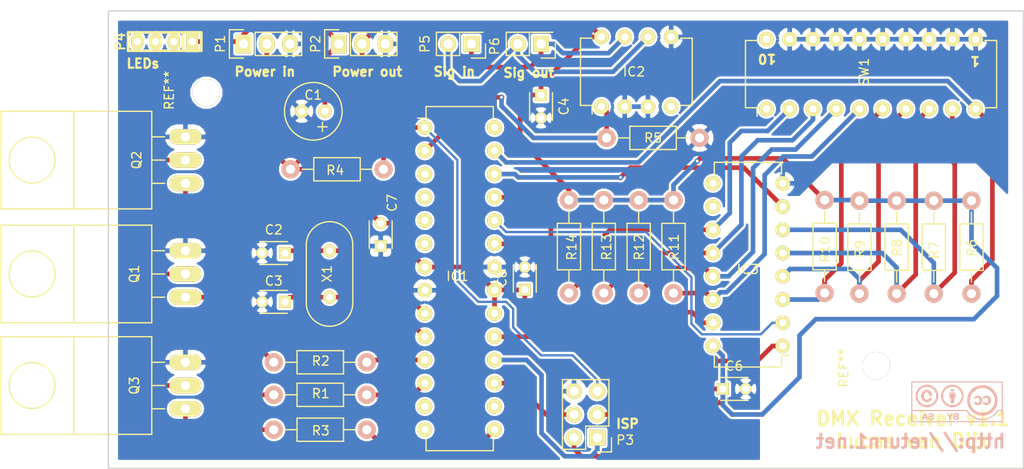
<source format=kicad_pcb>
(kicad_pcb (version 4) (host pcbnew "(2015-10-26 BZR 6283, Git 8ff5bc6)-product")
  (title_block (title "DMX Receiver") (date 2015-11-02) (rev 1.0) (company "De Boerderie"))
  (layers (0 F.Cu signal) (31 B.Cu signal) (34 B.Paste user) (35 F.Paste user) (36 B.SilkS user) (37 F.SilkS user) (38 B.Mask user) (39 F.Mask user) (44 Edge.Cuts user))
  (net 0 "")
  (net 1 GND)
  (net 2 +12V)
  (net 3 /XTAL1)
  (net 4 /XTAL2)
  (net 5 +5V)
  (net 6 /~RESET)
  (net 7 "Net-(IC1-Pad2)")
  (net 8 "Net-(IC1-Pad3)")
  (net 9 "Net-(IC1-Pad4)")
  (net 10 "Net-(IC1-Pad5)")
  (net 11 "Net-(IC1-Pad6)")
  (net 12 /LED1)
  (net 13 /LED0)
  (net 14 "Net-(IC1-Pad13)")
  (net 15 "Net-(IC1-Pad14)")
  (net 16 /LED2)
  (net 17 "Net-(IC1-Pad16)")
  (net 18 /MOSI)
  (net 19 /MISO)
  (net 20 /SCK)
  (net 21 /PL)
  (net 22 /CP)
  (net 23 /CE)
  (net 24 /ADDR)
  (net 25 /SW8)
  (net 26 "Net-(IC1-Pad28)")
  (net 27 "Net-(IC2-Pad4)")
  (net 28 "Net-(IC2-Pad6)")
  (net 29 "Net-(IC2-Pad7)")
  (net 30 /SW4)
  (net 31 /SW5)
  (net 32 /SW6)
  (net 33 /SW7)
  (net 34 "Net-(IC3-Pad9)")
  (net 35 "Net-(IC3-Pad10)")
  (net 36 /SW0)
  (net 37 /SW1)
  (net 38 /SW2)
  (net 39 /SW3)
  (net 40 /R)
  (net 41 /G)
  (net 42 /B)
  (net 43 "Net-(SW1-Pad1)")
  (net 44 "Net-(SW1-Pad20)")
  (net 45 "Net-(Q1-Pad1)")
  (net 46 "Net-(Q2-Pad1)")
  (net 47 "Net-(Q3-Pad1)")
  (module Pin_Headers:Pin_Header_Straight_1x03 (layer F.Cu) (at 122.035286 88.576714 90)
    (fp_text reference P2 (at 0 -2.54 90) (layer F.SilkS))
    (fp_text value POWER_OUT)
    (pad 1 thru_hole rect (at 0 0 90) (size 2.032 1.7272) (drill 1.016) (layers *.Cu *.Mask F.SilkS) (net 2 +12V))
    (pad 2 thru_hole oval (at 0 2.54 90) (size 2.032 1.7272) (drill 1.016) (layers *.Cu *.Mask F.SilkS) (net 5 +5V))
    (pad 3 thru_hole oval (at 0 5.08 90) (size 2.032 1.7272) (drill 1.016) (layers *.Cu *.Mask F.SilkS) (net 1 GND))
  )
  (module Housings_DIP:DIP-16_W7.62mm (layer F.Cu) (at 170.549286 121.596714 180)
    (fp_text reference IC3 (at 3.81 8.382 180) (layer F.SilkS))
    (fp_text value 74HC165)
    (pad 1 thru_hole oval (at 0 0 180) (size 1.6 1.6) (drill 0.8) (layers *.Cu *.Mask F.SilkS) (net 21 /PL))
    (pad 2 thru_hole oval (at 0 2.54 180) (size 1.6 1.6) (drill 0.8) (layers *.Cu *.Mask F.SilkS) (net 22 /CP))
    (pad 3 thru_hole oval (at 0 5.08 180) (size 1.6 1.6) (drill 0.8) (layers *.Cu *.Mask F.SilkS) (net 30 /SW4))
    (pad 4 thru_hole oval (at 0 7.62 180) (size 1.6 1.6) (drill 0.8) (layers *.Cu *.Mask F.SilkS) (net 31 /SW5))
    (pad 5 thru_hole oval (at 0 10.16 180) (size 1.6 1.6) (drill 0.8) (layers *.Cu *.Mask F.SilkS) (net 32 /SW6))
    (pad 6 thru_hole oval (at 0 12.7 180) (size 1.6 1.6) (drill 0.8) (layers *.Cu *.Mask F.SilkS) (net 33 /SW7))
    (pad 7 thru_hole oval (at 0 15.24 180) (size 1.6 1.6) (drill 0.8) (layers *.Cu *.Mask F.SilkS) (net 24 /ADDR))
    (pad 8 thru_hole oval (at 0 17.78 180) (size 1.6 1.6) (drill 0.8) (layers *.Cu *.Mask F.SilkS) (net 1 GND))
    (pad 9 thru_hole oval (at 7.62 17.78 180) (size 1.6 1.6) (drill 0.8) (layers *.Cu *.Mask F.SilkS) (net 34 "Net-(IC3-Pad9)"))
    (pad 10 thru_hole oval (at 7.62 15.24 180) (size 1.6 1.6) (drill 0.8) (layers *.Cu *.Mask F.SilkS) (net 35 "Net-(IC3-Pad10)"))
    (pad 11 thru_hole oval (at 7.62 12.7 180) (size 1.6 1.6) (drill 0.8) (layers *.Cu *.Mask F.SilkS) (net 36 /SW0))
    (pad 12 thru_hole oval (at 7.62 10.16 180) (size 1.6 1.6) (drill 0.8) (layers *.Cu *.Mask F.SilkS) (net 37 /SW1))
    (pad 13 thru_hole oval (at 7.62 7.62 180) (size 1.6 1.6) (drill 0.8) (layers *.Cu *.Mask F.SilkS) (net 38 /SW2))
    (pad 14 thru_hole oval (at 7.62 5.08 180) (size 1.6 1.6) (drill 0.8) (layers *.Cu *.Mask F.SilkS) (net 39 /SW3))
    (pad 15 thru_hole oval (at 7.62 2.54 180) (size 1.6 1.6) (drill 0.8) (layers *.Cu *.Mask F.SilkS) (net 23 /CE))
    (pad 16 thru_hole oval (at 7.62 0 180) (size 1.6 1.6) (drill 0.8) (layers *.Cu *.Mask F.SilkS) (net 5 +5V))
  )
  (module Resistors_ThroughHole:Resistor_Horizontal_RM10mm (layer F.Cu) (at 182.995286 110.790653 90)
    (fp_text reference R8 (at -0.066833 0.053153 90) (layer F.SilkS))
    (fp_text value 10k)
    (pad 1 thru_hole circle (at -5.08 0 90) (size 1.99898 1.99898) (drill 1.00076) (layers *.Cu *.SilkS *.Mask) (net 32 /SW6))
    (pad 2 thru_hole circle (at 5.08 0 90) (size 1.99898 1.99898) (drill 1.00076) (layers *.Cu *.SilkS *.Mask) (net 5 +5V))
  )
  (module w_pin_strip:pin_strip_2mm_4 (layer F.Cu) (at 103.001286 88.322714 180)
    (fp_text reference P4 (at 4.842 0 270) (layer F.SilkS) (effects (font (size 1.016 1.016) (thickness 0.2032))))
    (fp_text value LED_OUT hide)
    (pad 1 thru_hole rect (at -3 0 180) (size 1.3 1.8) (drill 0.8) (layers *.Cu *.Mask F.SilkS) (net 2 +12V))
    (pad 2 thru_hole oval (at -1 0 180) (size 1.3 1.8) (drill 0.8) (layers *.Cu *.Mask F.SilkS) (net 41 /G))
    (pad 3 thru_hole oval (at 1 0 180) (size 1.3 1.8) (drill 0.8) (layers *.Cu *.Mask F.SilkS) (net 40 /R))
    (pad 4 thru_hole oval (at 3 0 180) (size 1.3 1.8) (drill 0.8) (layers *.Cu *.Mask F.SilkS) (net 42 /B))
  )
  (module w_logo:Logo_silk_CC-BY-SA_10x4.5mm (layer B.Cu) (at 189.599286 127.692714 180)
    (fp_text reference G*** hide)
    (fp_text value LOGO hide)
  )
  (module Housings_DIP:DIP-28_W7.62mm (layer F.Cu) (at 131.433286 97.720714)
    (fp_text reference IC1 (at 3.556 16.256) (layer F.SilkS))
    (fp_text value ATMEGA168-P)
    (pad 1 thru_hole oval (at 0 0) (size 1.6 1.6) (drill 0.8) (layers *.Cu *.Mask F.SilkS) (net 6 /~RESET))
    (pad 2 thru_hole oval (at 0 2.54) (size 1.6 1.6) (drill 0.8) (layers *.Cu *.Mask F.SilkS) (net 7 "Net-(IC1-Pad2)"))
    (pad 3 thru_hole oval (at 0 5.08) (size 1.6 1.6) (drill 0.8) (layers *.Cu *.Mask F.SilkS) (net 8 "Net-(IC1-Pad3)"))
    (pad 4 thru_hole oval (at 0 7.62) (size 1.6 1.6) (drill 0.8) (layers *.Cu *.Mask F.SilkS) (net 9 "Net-(IC1-Pad4)"))
    (pad 5 thru_hole oval (at 0 10.16) (size 1.6 1.6) (drill 0.8) (layers *.Cu *.Mask F.SilkS) (net 10 "Net-(IC1-Pad5)"))
    (pad 6 thru_hole oval (at 0 12.7) (size 1.6 1.6) (drill 0.8) (layers *.Cu *.Mask F.SilkS) (net 11 "Net-(IC1-Pad6)"))
    (pad 7 thru_hole oval (at 0 15.24) (size 1.6 1.6) (drill 0.8) (layers *.Cu *.Mask F.SilkS) (net 5 +5V))
    (pad 8 thru_hole oval (at 0 17.78) (size 1.6 1.6) (drill 0.8) (layers *.Cu *.Mask F.SilkS) (net 1 GND))
    (pad 9 thru_hole oval (at 0 20.32) (size 1.6 1.6) (drill 0.8) (layers *.Cu *.Mask F.SilkS) (net 3 /XTAL1))
    (pad 10 thru_hole oval (at 0 22.86) (size 1.6 1.6) (drill 0.8) (layers *.Cu *.Mask F.SilkS) (net 4 /XTAL2))
    (pad 11 thru_hole oval (at 0 25.4) (size 1.6 1.6) (drill 0.8) (layers *.Cu *.Mask F.SilkS) (net 12 /LED1))
    (pad 12 thru_hole oval (at 0 27.94) (size 1.6 1.6) (drill 0.8) (layers *.Cu *.Mask F.SilkS) (net 13 /LED0))
    (pad 13 thru_hole oval (at 0 30.48) (size 1.6 1.6) (drill 0.8) (layers *.Cu *.Mask F.SilkS) (net 14 "Net-(IC1-Pad13)"))
    (pad 14 thru_hole oval (at 0 33.02) (size 1.6 1.6) (drill 0.8) (layers *.Cu *.Mask F.SilkS) (net 15 "Net-(IC1-Pad14)"))
    (pad 15 thru_hole oval (at 7.62 33.02) (size 1.6 1.6) (drill 0.8) (layers *.Cu *.Mask F.SilkS) (net 16 /LED2))
    (pad 16 thru_hole oval (at 7.62 30.48) (size 1.6 1.6) (drill 0.8) (layers *.Cu *.Mask F.SilkS) (net 17 "Net-(IC1-Pad16)"))
    (pad 17 thru_hole oval (at 7.62 27.94) (size 1.6 1.6) (drill 0.8) (layers *.Cu *.Mask F.SilkS) (net 18 /MOSI))
    (pad 18 thru_hole oval (at 7.62 25.4) (size 1.6 1.6) (drill 0.8) (layers *.Cu *.Mask F.SilkS) (net 19 /MISO))
    (pad 19 thru_hole oval (at 7.62 22.86) (size 1.6 1.6) (drill 0.8) (layers *.Cu *.Mask F.SilkS) (net 20 /SCK))
    (pad 20 thru_hole oval (at 7.62 20.32) (size 1.6 1.6) (drill 0.8) (layers *.Cu *.Mask F.SilkS) (net 5 +5V))
    (pad 21 thru_hole oval (at 7.62 17.78) (size 1.6 1.6) (drill 0.8) (layers *.Cu *.Mask F.SilkS) (net 5 +5V))
    (pad 22 thru_hole oval (at 7.62 15.24) (size 1.6 1.6) (drill 0.8) (layers *.Cu *.Mask F.SilkS) (net 1 GND))
    (pad 23 thru_hole oval (at 7.62 12.7) (size 1.6 1.6) (drill 0.8) (layers *.Cu *.Mask F.SilkS) (net 21 /PL))
    (pad 24 thru_hole oval (at 7.62 10.16) (size 1.6 1.6) (drill 0.8) (layers *.Cu *.Mask F.SilkS) (net 22 /CP))
    (pad 25 thru_hole oval (at 7.62 7.62) (size 1.6 1.6) (drill 0.8) (layers *.Cu *.Mask F.SilkS) (net 23 /CE))
    (pad 26 thru_hole oval (at 7.62 5.08) (size 1.6 1.6) (drill 0.8) (layers *.Cu *.Mask F.SilkS) (net 24 /ADDR))
    (pad 27 thru_hole oval (at 7.62 2.54) (size 1.6 1.6) (drill 0.8) (layers *.Cu *.Mask F.SilkS) (net 25 /SW8))
    (pad 28 thru_hole oval (at 7.62 0) (size 1.6 1.6) (drill 0.8) (layers *.Cu *.Mask F.SilkS) (net 26 "Net-(IC1-Pad28)"))
  )
  (module Capacitors_Elko_ThroughHole:Elko_vert_11.2x6.3mm_RM2.5 (layer F.Cu) (at 120.511286 95.942714 180)
    (fp_text reference C1 (at 1.27 1.778 180) (layer F.SilkS))
    (fp_text value 1u)
    (fp_line (start 0.26924 -1.69926) (end 0.76962 -1.69926) (layer F.Cu) (width 0.15))
    (fp_line (start 0.26924 -1.69926) (end 0.26924 -2.19964) (layer F.Cu) (width 0.15))
    (fp_line (start -0.23114 -1.69926) (end 0.26924 -1.69926) (layer F.Cu) (width 0.15))
    (fp_line (start 0.26924 -1.69926) (end 0.26924 -1.30048) (layer F.Cu) (width 0.15))
    (fp_line (start 0.26924 -1.30048) (end 0.26924 -1.19888) (layer F.Cu) (width 0.15))
    (pad 2 thru_hole circle (at 2.54 0 180) (size 1.50114 1.50114) (drill 0.8001) (layers *.Cu *.Mask F.SilkS) (net 1 GND))
    (pad 1 thru_hole circle (at 0 0 180) (size 1.50114 1.50114) (drill 0.8001) (layers *.Cu *.Mask F.SilkS) (net 2 +12V))
  )
  (module Capacitors_ThroughHole:C_Disc_D3_P2.5 (layer F.Cu) (at 116.153286 111.436714 180)
    (fp_text reference C2 (at 1.23 2.54 180) (layer F.SilkS))
    (fp_text value 30p)
    (pad 1 thru_hole rect (at 0 0 180) (size 1.3 1.3) (drill 0.8) (layers *.Cu *.Mask F.SilkS) (net 3 /XTAL1))
    (pad 2 thru_hole circle (at 2.5 0 180) (size 1.3 1.3) (drill 0.8001) (layers *.Cu *.Mask F.SilkS) (net 1 GND))
  )
  (module Capacitors_ThroughHole:C_Disc_D3_P2.5 (layer F.Cu) (at 116.153286 116.770714 180)
    (fp_text reference C3 (at 1.23 2.286 180) (layer F.SilkS))
    (fp_text value 30p)
    (pad 1 thru_hole rect (at 0 0 180) (size 1.3 1.3) (drill 0.8) (layers *.Cu *.Mask F.SilkS) (net 4 /XTAL2))
    (pad 2 thru_hole circle (at 2.5 0 180) (size 1.3 1.3) (drill 0.8001) (layers *.Cu *.Mask F.SilkS) (net 1 GND))
  )
  (module Capacitors_ThroughHole:C_Disc_D3_P2.5 (layer F.Cu) (at 144.133286 94.164714 270)
    (fp_text reference C4 (at 1.25 -2.5 270) (layer F.SilkS))
    (fp_text value 10n)
    (pad 1 thru_hole rect (at 0 0 270) (size 1.3 1.3) (drill 0.8) (layers *.Cu *.Mask F.SilkS) (net 5 +5V))
    (pad 2 thru_hole circle (at 2.5 0 270) (size 1.3 1.3) (drill 0.8001) (layers *.Cu *.Mask F.SilkS) (net 1 GND))
  )
  (module Capacitors_ThroughHole:C_Disc_D3_P2.5 (layer F.Cu) (at 163.998439 126.284653)
    (fp_text reference C6 (at 1.25 -2.5) (layer F.SilkS))
    (fp_text value 10n)
    (pad 1 thru_hole rect (at 0 0) (size 1.3 1.3) (drill 0.8) (layers *.Cu *.Mask F.SilkS) (net 5 +5V))
    (pad 2 thru_hole circle (at 2.5 0) (size 1.3 1.3) (drill 0.8001) (layers *.Cu *.Mask F.SilkS) (net 1 GND))
  )
  (module Capacitors_ThroughHole:C_Disc_D3_P2.5 (layer F.Cu) (at 126.607286 110.674714 90)
    (fp_text reference C7 (at 4.719745 1.248195 90) (layer F.SilkS))
    (fp_text value 10n)
    (pad 1 thru_hole rect (at 0 0 90) (size 1.3 1.3) (drill 0.8) (layers *.Cu *.Mask F.SilkS) (net 1 GND))
    (pad 2 thru_hole circle (at 2.5 0 90) (size 1.3 1.3) (drill 0.8001) (layers *.Cu *.Mask F.SilkS) (net 5 +5V))
  )
  (module Capacitors_ThroughHole:C_Disc_D3_P2.5 (layer F.Cu) (at 142.355286 115.460714 90)
    (fp_text reference C8 (at 1.25 -2.5 90) (layer F.SilkS))
    (fp_text value 10n)
    (pad 1 thru_hole rect (at 0 0 90) (size 1.3 1.3) (drill 0.8) (layers *.Cu *.Mask F.SilkS) (net 5 +5V))
    (pad 2 thru_hole circle (at 2.5 0 90) (size 1.3 1.3) (drill 0.8001) (layers *.Cu *.Mask F.SilkS) (net 1 GND))
  )
  (module Housings_DIP:DIP-8_W7.62mm (layer F.Cu) (at 150.737286 95.434714 90)
    (fp_text reference IC2 (at 3.81 3.556 180) (layer F.SilkS))
    (fp_text value MAX485)
    (pad 1 thru_hole oval (at 0 0 90) (size 1.6 1.6) (drill 0.8) (layers *.Cu *.Mask F.SilkS) (net 7 "Net-(IC1-Pad2)"))
    (pad 2 thru_hole oval (at 0 2.54 90) (size 1.6 1.6) (drill 0.8) (layers *.Cu *.Mask F.SilkS) (net 1 GND))
    (pad 3 thru_hole oval (at 0 5.08 90) (size 1.6 1.6) (drill 0.8) (layers *.Cu *.Mask F.SilkS) (net 1 GND))
    (pad 4 thru_hole oval (at 0 7.62 90) (size 1.6 1.6) (drill 0.8) (layers *.Cu *.Mask F.SilkS) (net 27 "Net-(IC2-Pad4)"))
    (pad 5 thru_hole oval (at 7.62 7.62 90) (size 1.6 1.6) (drill 0.8) (layers *.Cu *.Mask F.SilkS) (net 1 GND))
    (pad 6 thru_hole oval (at 7.62 5.08 90) (size 1.6 1.6) (drill 0.8) (layers *.Cu *.Mask F.SilkS) (net 28 "Net-(IC2-Pad6)"))
    (pad 7 thru_hole oval (at 7.62 2.54 90) (size 1.6 1.6) (drill 0.8) (layers *.Cu *.Mask F.SilkS) (net 29 "Net-(IC2-Pad7)"))
    (pad 8 thru_hole oval (at 7.62 0 90) (size 1.6 1.6) (drill 0.8) (layers *.Cu *.Mask F.SilkS) (net 5 +5V))
  )
  (module Pin_Headers:Pin_Header_Straight_1x03 (layer F.Cu) (at 111.621286 88.576714 90)
    (fp_text reference P1 (at 0 -2.54 90) (layer F.SilkS))
    (fp_text value POWER_IN)
    (pad 1 thru_hole rect (at 0 0 90) (size 2.032 1.7272) (drill 1.016) (layers *.Cu *.Mask F.SilkS) (net 2 +12V))
    (pad 2 thru_hole oval (at 0 2.54 90) (size 2.032 1.7272) (drill 1.016) (layers *.Cu *.Mask F.SilkS) (net 5 +5V))
    (pad 3 thru_hole oval (at 0 5.08 90) (size 2.032 1.7272) (drill 1.016) (layers *.Cu *.Mask F.SilkS) (net 1 GND))
  )
  (module Pin_Headers:Pin_Header_Straight_2x03 (layer F.Cu) (at 150.282439 131.618653 180)
    (fp_text reference P3 (at -3.048 -0.254 180) (layer F.SilkS))
    (fp_text value ISP)
    (pad 1 thru_hole rect (at 0 0 180) (size 1.7272 1.7272) (drill 1.016) (layers *.Cu *.Mask F.SilkS) (net 19 /MISO))
    (pad 2 thru_hole oval (at 2.54 0 180) (size 1.7272 1.7272) (drill 1.016) (layers *.Cu *.Mask F.SilkS) (net 5 +5V))
    (pad 3 thru_hole oval (at 0 2.54 180) (size 1.7272 1.7272) (drill 1.016) (layers *.Cu *.Mask F.SilkS) (net 20 /SCK))
    (pad 4 thru_hole oval (at 2.54 2.54 180) (size 1.7272 1.7272) (drill 1.016) (layers *.Cu *.Mask F.SilkS) (net 18 /MOSI))
    (pad 5 thru_hole oval (at 0 5.08 180) (size 1.7272 1.7272) (drill 1.016) (layers *.Cu *.Mask F.SilkS) (net 6 /~RESET))
    (pad 6 thru_hole oval (at 2.54 5.08 180) (size 1.7272 1.7272) (drill 1.016) (layers *.Cu *.Mask F.SilkS) (net 1 GND))
  )
  (module Pin_Headers:Pin_Header_Straight_2x01 (layer F.Cu) (at 136.513286 88.576714 180)
    (fp_text reference P5 (at 5.08 0 270) (layer F.SilkS))
    (fp_text value SIGNAL_IN)
    (pad 1 thru_hole rect (at 0 0 180) (size 1.7272 1.7272) (drill 1.016) (layers *.Cu *.Mask F.SilkS) (net 29 "Net-(IC2-Pad7)"))
    (pad 2 thru_hole oval (at 2.54 0 180) (size 1.7272 1.7272) (drill 1.016) (layers *.Cu *.Mask F.SilkS) (net 28 "Net-(IC2-Pad6)"))
  )
  (module Pin_Headers:Pin_Header_Straight_2x01 (layer F.Cu) (at 144.133286 88.576714 180)
    (fp_text reference P6 (at 5.08 -0.254 270) (layer F.SilkS))
    (fp_text value SIGNAL_OUT)
    (pad 1 thru_hole rect (at 0 0 180) (size 1.7272 1.7272) (drill 1.016) (layers *.Cu *.Mask F.SilkS) (net 29 "Net-(IC2-Pad7)"))
    (pad 2 thru_hole oval (at 2.54 0 180) (size 1.7272 1.7272) (drill 1.016) (layers *.Cu *.Mask F.SilkS) (net 28 "Net-(IC2-Pad6)"))
  )
  (module TO_SOT_Packages_THT:TO-220_Neutral123_Horizontal_LargePads (layer F.Cu) (at 105.271286 113.722714 90)
    (fp_text reference Q1 (at 0 -5.588 90) (layer F.SilkS))
    (fp_text value IRF640N)
    (pad 2 thru_hole oval (at 0 0 180) (size 3.50012 1.69926) (drill 1.00076) (layers *.Cu *.Mask F.SilkS) (net 40 /R))
    (pad 1 thru_hole oval (at -2.54 0 180) (size 3.50012 1.69926) (drill 1.00076) (layers *.Cu *.Mask F.SilkS) (net 45 "Net-(Q1-Pad1)"))
    (pad 3 thru_hole oval (at 2.54 0 180) (size 3.50012 1.69926) (drill 1.00076) (layers *.Cu *.Mask F.SilkS) (net 1 GND))
    (pad "" np_thru_hole circle (at 0 -16.764 180) (size 3.79984 3.79984) (drill 3.79984) (layers *.Cu *.Mask F.SilkS))
  )
  (module TO_SOT_Packages_THT:TO-220_Neutral123_Horizontal_LargePads (layer F.Cu) (at 105.271286 101.276714 90)
    (fp_text reference Q2 (at 0 -5.334 90) (layer F.SilkS))
    (fp_text value IRF640N)
    (pad 2 thru_hole oval (at 0 0 180) (size 3.50012 1.69926) (drill 1.00076) (layers *.Cu *.Mask F.SilkS) (net 41 /G))
    (pad 1 thru_hole oval (at -2.54 0 180) (size 3.50012 1.69926) (drill 1.00076) (layers *.Cu *.Mask F.SilkS) (net 46 "Net-(Q2-Pad1)"))
    (pad 3 thru_hole oval (at 2.54 0 180) (size 3.50012 1.69926) (drill 1.00076) (layers *.Cu *.Mask F.SilkS) (net 1 GND))
    (pad "" np_thru_hole circle (at 0 -16.764 180) (size 3.79984 3.79984) (drill 3.79984) (layers *.Cu *.Mask F.SilkS))
  )
  (module TO_SOT_Packages_THT:TO-220_Neutral123_Horizontal_LargePads (layer F.Cu) (at 105.271286 125.914714 90)
    (fp_text reference Q3 (at 0 -5.588 90) (layer F.SilkS))
    (fp_text value IRF640N)
    (pad 2 thru_hole oval (at 0 0 180) (size 3.50012 1.69926) (drill 1.00076) (layers *.Cu *.Mask F.SilkS) (net 42 /B))
    (pad 1 thru_hole oval (at -2.54 0 180) (size 3.50012 1.69926) (drill 1.00076) (layers *.Cu *.Mask F.SilkS) (net 47 "Net-(Q3-Pad1)"))
    (pad 3 thru_hole oval (at 2.54 0 180) (size 3.50012 1.69926) (drill 1.00076) (layers *.Cu *.Mask F.SilkS) (net 1 GND))
    (pad "" np_thru_hole circle (at 0 -16.764 180) (size 3.79984 3.79984) (drill 3.79984) (layers *.Cu *.Mask F.SilkS))
  )
  (module Housings_DIP:DIP-20_W7.62mm (layer F.Cu) (at 168.771286 95.688714 90)
    (fp_text reference SW1 (at 4.064 10.668 90) (layer F.SilkS))
    (fp_text value DIPSW10)
    (pad 1 thru_hole oval (at 0 0 90) (size 1.6 1.6) (drill 0.8) (layers *.Cu *.Mask F.SilkS) (net 43 "Net-(SW1-Pad1)"))
    (pad 2 thru_hole oval (at 0 2.54 90) (size 1.6 1.6) (drill 0.8) (layers *.Cu *.Mask F.SilkS) (net 36 /SW0))
    (pad 3 thru_hole oval (at 0 5.08 90) (size 1.6 1.6) (drill 0.8) (layers *.Cu *.Mask F.SilkS) (net 37 /SW1))
    (pad 4 thru_hole oval (at 0 7.62 90) (size 1.6 1.6) (drill 0.8) (layers *.Cu *.Mask F.SilkS) (net 38 /SW2))
    (pad 5 thru_hole oval (at 0 10.16 90) (size 1.6 1.6) (drill 0.8) (layers *.Cu *.Mask F.SilkS) (net 39 /SW3))
    (pad 6 thru_hole oval (at 0 12.7 90) (size 1.6 1.6) (drill 0.8) (layers *.Cu *.Mask F.SilkS) (net 30 /SW4))
    (pad 7 thru_hole oval (at 0 15.24 90) (size 1.6 1.6) (drill 0.8) (layers *.Cu *.Mask F.SilkS) (net 31 /SW5))
    (pad 8 thru_hole oval (at 0 17.78 90) (size 1.6 1.6) (drill 0.8) (layers *.Cu *.Mask F.SilkS) (net 32 /SW6))
    (pad 9 thru_hole oval (at 0 20.32 90) (size 1.6 1.6) (drill 0.8) (layers *.Cu *.Mask F.SilkS) (net 33 /SW7))
    (pad 10 thru_hole oval (at 0 22.86 90) (size 1.6 1.6) (drill 0.8) (layers *.Cu *.Mask F.SilkS) (net 25 /SW8))
    (pad 11 thru_hole oval (at 7.62 22.86 90) (size 1.6 1.6) (drill 0.8) (layers *.Cu *.Mask F.SilkS) (net 1 GND))
    (pad 12 thru_hole oval (at 7.62 20.32 90) (size 1.6 1.6) (drill 0.8) (layers *.Cu *.Mask F.SilkS) (net 1 GND))
    (pad 13 thru_hole oval (at 7.62 17.78 90) (size 1.6 1.6) (drill 0.8) (layers *.Cu *.Mask F.SilkS) (net 1 GND))
    (pad 14 thru_hole oval (at 7.62 15.24 90) (size 1.6 1.6) (drill 0.8) (layers *.Cu *.Mask F.SilkS) (net 1 GND))
    (pad 15 thru_hole oval (at 7.62 12.7 90) (size 1.6 1.6) (drill 0.8) (layers *.Cu *.Mask F.SilkS) (net 1 GND))
    (pad 16 thru_hole oval (at 7.62 10.16 90) (size 1.6 1.6) (drill 0.8) (layers *.Cu *.Mask F.SilkS) (net 1 GND))
    (pad 17 thru_hole oval (at 7.62 7.62 90) (size 1.6 1.6) (drill 0.8) (layers *.Cu *.Mask F.SilkS) (net 1 GND))
    (pad 18 thru_hole oval (at 7.62 5.08 90) (size 1.6 1.6) (drill 0.8) (layers *.Cu *.Mask F.SilkS) (net 1 GND))
    (pad 19 thru_hole oval (at 7.62 2.54 90) (size 1.6 1.6) (drill 0.8) (layers *.Cu *.Mask F.SilkS) (net 1 GND))
    (pad 20 thru_hole oval (at 7.62 0 90) (size 1.6 1.6) (drill 0.8) (layers *.Cu *.Mask F.SilkS) (net 44 "Net-(SW1-Pad20)"))
  )
  (module Crystals:HC-49V (layer F.Cu) (at 121.019286 113.722714 90)
    (fp_text reference X1 (at 0.020745 -0.275805 90) (layer F.SilkS))
    (fp_text value 16M)
    (pad 1 thru_hole circle (at -2.54 0 90) (size 1.4224 1.4224) (drill 0.762) (layers *.Cu *.Mask F.SilkS) (net 4 /XTAL2))
    (pad 2 thru_hole circle (at 2.54 0 90) (size 1.4224 1.4224) (drill 0.762) (layers *.Cu *.Mask F.SilkS) (net 3 /XTAL1))
  )
  (module Mounting_Holes:MountingHole_3mm (layer F.Cu) (at 180.762439 123.744653)
    (fp_text reference REF** (at -3.556 0.254 90) (layer F.SilkS))
    (fp_text value MountingHole_3mm)
    (pad 1 thru_hole circle (at 0 0) (size 3 3) (drill 3) (layers))
  )
  (module Mounting_Holes:MountingHole_3mm (layer F.Cu) (at 107.557286 93.910714)
    (fp_text reference REF** (at -4.064 -0.254 90) (layer F.SilkS))
    (fp_text value MountingHole_3mm)
    (pad 1 thru_hole circle (at 0 0) (size 3 3) (drill 3) (layers))
  )
  (module Resistors_ThroughHole:Resistor_Horizontal_RM10mm (layer F.Cu) (at 120.003286 126.930714 180)
    (fp_text reference R1 (at -0.053153 0.138061 180) (layer F.SilkS))
    (fp_text value 680)
    (pad 1 thru_hole circle (at -5.08 0 180) (size 1.99898 1.99898) (drill 1.00076) (layers *.Cu *.SilkS *.Mask) (net 13 /LED0))
    (pad 2 thru_hole circle (at 5.08 0 180) (size 1.99898 1.99898) (drill 1.00076) (layers *.Cu *.SilkS *.Mask) (net 45 "Net-(Q1-Pad1)"))
  )
  (module Resistors_ThroughHole:Resistor_Horizontal_RM10mm (layer F.Cu) (at 120.003286 123.374714 180)
    (fp_text reference R2 (at -0.053153 0.138061 180) (layer F.SilkS))
    (fp_text value 680)
    (pad 1 thru_hole circle (at -5.08 0 180) (size 1.99898 1.99898) (drill 1.00076) (layers *.Cu *.SilkS *.Mask) (net 12 /LED1))
    (pad 2 thru_hole circle (at 5.08 0 180) (size 1.99898 1.99898) (drill 1.00076) (layers *.Cu *.SilkS *.Mask) (net 46 "Net-(Q2-Pad1)"))
  )
  (module Resistors_ThroughHole:Resistor_Horizontal_RM10mm (layer F.Cu) (at 120.003286 130.740714 180)
    (fp_text reference R3 (at -0.053153 -0.115939 180) (layer F.SilkS))
    (fp_text value 680)
    (pad 1 thru_hole circle (at -5.08 0 180) (size 1.99898 1.99898) (drill 1.00076) (layers *.Cu *.SilkS *.Mask) (net 16 /LED2))
    (pad 2 thru_hole circle (at 5.08 0 180) (size 1.99898 1.99898) (drill 1.00076) (layers *.Cu *.SilkS *.Mask) (net 47 "Net-(Q3-Pad1)"))
  )
  (module Resistors_ThroughHole:Resistor_Horizontal_RM10mm (layer F.Cu) (at 121.834439 102.281653)
    (fp_text reference R4 (at -0.200847 0.115939) (layer F.SilkS))
    (fp_text value 10k)
    (pad 1 thru_hole circle (at -5.08 0) (size 1.99898 1.99898) (drill 1.00076) (layers *.Cu *.SilkS *.Mask) (net 5 +5V))
    (pad 2 thru_hole circle (at 5.08 0) (size 1.99898 1.99898) (drill 1.00076) (layers *.Cu *.SilkS *.Mask) (net 6 /~RESET))
  )
  (module Resistors_ThroughHole:Resistor_Horizontal_RM10mm (layer F.Cu) (at 156.378439 98.852653)
    (fp_text reference R5 (at 0 0) (layer F.SilkS))
    (fp_text value 10k)
    (pad 1 thru_hole circle (at -5.08 0) (size 1.99898 1.99898) (drill 1.00076) (layers *.Cu *.SilkS *.Mask) (net 7 "Net-(IC1-Pad2)"))
    (pad 2 thru_hole circle (at 5.08 0) (size 1.99898 1.99898) (drill 1.00076) (layers *.Cu *.SilkS *.Mask) (net 1 GND))
  )
  (module Resistors_ThroughHole:Resistor_Horizontal_RM10mm (layer F.Cu) (at 191.176439 110.790653 90)
    (fp_text reference R6 (at -0.066833 0.053153 90) (layer F.SilkS))
    (fp_text value 10k)
    (pad 1 thru_hole circle (at -5.08 0 90) (size 1.99898 1.99898) (drill 1.00076) (layers *.Cu *.SilkS *.Mask) (net 25 /SW8))
    (pad 2 thru_hole circle (at 5.08 0 90) (size 1.99898 1.99898) (drill 1.00076) (layers *.Cu *.SilkS *.Mask) (net 5 +5V))
  )
  (module Resistors_ThroughHole:Resistor_Horizontal_RM10mm (layer F.Cu) (at 187.059286 110.790653 90)
    (fp_text reference R7 (at -0.320833 0.053153 90) (layer F.SilkS))
    (fp_text value 10k)
    (pad 1 thru_hole circle (at -5.08 0 90) (size 1.99898 1.99898) (drill 1.00076) (layers *.Cu *.SilkS *.Mask) (net 33 /SW7))
    (pad 2 thru_hole circle (at 5.08 0 90) (size 1.99898 1.99898) (drill 1.00076) (layers *.Cu *.SilkS *.Mask) (net 5 +5V))
  )
  (module Resistors_ThroughHole:Resistor_Horizontal_RM10mm (layer F.Cu) (at 178.931286 110.790653 90)
    (fp_text reference R9 (at -0.200833 0.053153 90) (layer F.SilkS))
    (fp_text value 10k)
    (pad 1 thru_hole circle (at -5.08 0 90) (size 1.99898 1.99898) (drill 1.00076) (layers *.Cu *.SilkS *.Mask) (net 31 /SW5))
    (pad 2 thru_hole circle (at 5.08 0 90) (size 1.99898 1.99898) (drill 1.00076) (layers *.Cu *.SilkS *.Mask) (net 5 +5V))
  )
  (module Resistors_ThroughHole:Resistor_Horizontal_RM10mm (layer F.Cu) (at 175.121286 110.72382 90)
    (fp_text reference R10 (at -0.320833 0.053153 90) (layer F.SilkS))
    (fp_text value 10k)
    (pad 1 thru_hole circle (at -5.08 0 90) (size 1.99898 1.99898) (drill 1.00076) (layers *.Cu *.SilkS *.Mask) (net 30 /SW4))
    (pad 2 thru_hole circle (at 5.08 0 90) (size 1.99898 1.99898) (drill 1.00076) (layers *.Cu *.SilkS *.Mask) (net 5 +5V))
  )
  (module Resistors_ThroughHole:Resistor_Horizontal_RM10mm (layer F.Cu) (at 158.611286 110.730464 90)
    (fp_text reference R11 (at -0.060189 0.053153 90) (layer F.SilkS))
    (fp_text value 10k)
    (pad 1 thru_hole circle (at -5.08 0 90) (size 1.99898 1.99898) (drill 1.00076) (layers *.Cu *.SilkS *.Mask) (net 39 /SW3))
    (pad 2 thru_hole circle (at 5.08 0 90) (size 1.99898 1.99898) (drill 1.00076) (layers *.Cu *.SilkS *.Mask) (net 5 +5V))
  )
  (module Resistors_ThroughHole:Resistor_Horizontal_RM10mm (layer F.Cu) (at 154.801286 110.730464 90)
    (fp_text reference R12 (at -0.060189 0.053153 90) (layer F.SilkS))
    (fp_text value 10k)
    (pad 1 thru_hole circle (at -5.08 0 90) (size 1.99898 1.99898) (drill 1.00076) (layers *.Cu *.SilkS *.Mask) (net 38 /SW2))
    (pad 2 thru_hole circle (at 5.08 0 90) (size 1.99898 1.99898) (drill 1.00076) (layers *.Cu *.SilkS *.Mask) (net 5 +5V))
  )
  (module Resistors_ThroughHole:Resistor_Horizontal_RM10mm (layer F.Cu) (at 150.991286 110.730464 90)
    (fp_text reference R13 (at -0.060189 0.307153 90) (layer F.SilkS))
    (fp_text value 10k)
    (pad 1 thru_hole circle (at -5.08 0 90) (size 1.99898 1.99898) (drill 1.00076) (layers *.Cu *.SilkS *.Mask) (net 37 /SW1))
    (pad 2 thru_hole circle (at 5.08 0 90) (size 1.99898 1.99898) (drill 1.00076) (layers *.Cu *.SilkS *.Mask) (net 5 +5V))
  )
  (module Resistors_ThroughHole:Resistor_Horizontal_RM10mm (layer F.Cu) (at 147.181286 110.730464 90)
    (fp_text reference R14 (at -0.060189 0.307153 90) (layer F.SilkS))
    (fp_text value 10k)
    (pad 1 thru_hole circle (at -5.08 0 90) (size 1.99898 1.99898) (drill 1.00076) (layers *.Cu *.SilkS *.Mask) (net 36 /SW0))
    (pad 2 thru_hole circle (at 5.08 0 90) (size 1.99898 1.99898) (drill 1.00076) (layers *.Cu *.SilkS *.Mask) (net 5 +5V))
  )
  (gr_text 10 (at 168.824439 90.216653 180) (layer F.SilkS) (effects (font (size 1 1) (thickness 0.25))))
  (gr_text 1 (at 191.557439 90.470653 180) (layer F.SilkS) (effects (font (size 1 1) (thickness 0.25))))
  (gr_text ISP (at 153.584439 130.094653 360) (layer F.SilkS) (effects (font (size 1 1) (thickness 0.25))))
  (gr_text LEDs (at 100.625439 90.724653 360) (layer F.SilkS) (effects (font (size 1 1) (thickness 0.25))))
  (gr_text "Sig out" (at 142.789439 91.740653 360) (layer F.SilkS) (effects (font (size 1 1) (thickness 0.25))))
  (gr_text "Sig in" (at 134.661439 91.613653 360) (layer F.SilkS) (effects (font (size 1 1) (thickness 0.25))))
  (gr_text "Power out" (at 125.136439 91.613653 360) (layer F.SilkS) (effects (font (size 1 1) (thickness 0.25))))
  (gr_text "Power in" (at 113.960439 91.613653 360) (layer F.SilkS) (effects (font (size 1 1) (thickness 0.25))))
  (gr_text http://return1.net (at 184.519286 132.010714 360) (layer B.SilkS) (effects (font (size 1.5 1.5) (thickness 0.3)) (justify mirror)))
  (gr_text "DMX Receiver v1.1\nLucas van Dijk" (at 184.773286 130.740714 360) (layer F.SilkS) (effects (font (size 1.5 1.5) (thickness 0.3))))
  (gr_line (start 196.851286 84.982714) (end 196.851286 134.982714) (layer Edge.Cuts) (width 0.15))
  (gr_line (start 96.851286 134.982714) (end 196.851286 134.982714) (layer Edge.Cuts) (width 0.15))
  (gr_line (start 96.851286 84.982714) (end 196.851286 84.982714) (layer Edge.Cuts) (width 0.15))
  (gr_line (start 96.851286 84.982714) (end 96.851286 134.982714) (layer Edge.Cuts) (width 0.15))
  (segment (start 122.035286 88.576714) (end 122.035286 88.424314) (width 0.508) (layer F.Cu) (net 2))
  (segment (start 122.035286 88.424314) (end 119.901686 86.290714) (width 0.508) (layer F.Cu) (net 2))
  (segment (start 119.901686 86.290714) (end 112.891286 86.290714) (width 0.508) (layer F.Cu) (net 2))
  (segment (start 112.891286 86.290714) (end 111.621286 87.560714) (width 0.508) (layer F.Cu) (net 2))
  (segment (start 111.621286 87.560714) (end 111.621286 88.576714) (width 0.508) (layer F.Cu) (net 2))
  (segment (start 120.511286 95.942714) (end 120.511286 90.100714) (width 0.508) (layer F.Cu) (net 2))
  (segment (start 120.511286 90.100714) (end 122.035286 88.576714) (width 0.508) (layer F.Cu) (net 2))
  (segment (start 106.001286 88.322714) (end 111.367286 88.322714) (width 0.508) (layer F.Cu) (net 2))
  (segment (start 111.367286 88.322714) (end 111.621286 88.576714) (width 0.508) (layer F.Cu) (net 2))
  (segment (start 131.433286 118.040714) (end 124.575286 111.182714) (width 0.508) (layer F.Cu) (net 3))
  (segment (start 124.575286 111.182714) (end 121.019286 111.182714) (width 0.508) (layer F.Cu) (net 3))
  (segment (start 121.019286 111.182714) (end 116.407286 111.182714) (width 0.508) (layer F.Cu) (net 3))
  (segment (start 116.407286 111.182714) (end 116.153286 111.436714) (width 0.508) (layer F.Cu) (net 3))
  (segment (start 131.083286 118.040714) (end 131.433286 118.040714) (width 0.508) (layer F.Cu) (net 3))
  (segment (start 131.433286 120.580714) (end 127.115286 116.262714) (width 0.508) (layer F.Cu) (net 4))
  (segment (start 127.115286 116.262714) (end 121.019286 116.262714) (width 0.508) (layer F.Cu) (net 4))
  (segment (start 121.019286 116.262714) (end 116.661286 116.262714) (width 0.508) (layer F.Cu) (net 4))
  (segment (start 116.661286 116.262714) (end 116.153286 116.770714) (width 0.508) (layer F.Cu) (net 4))
  (segment (start 131.083286 120.580714) (end 131.433286 120.580714) (width 0.508) (layer F.Cu) (net 4))
  (segment (start 124.575286 94.460806) (end 124.575286 88.576714) (width 0.508) (layer F.Cu) (net 5))
  (segment (start 116.754439 102.281653) (end 124.575286 94.460806) (width 0.508) (layer F.Cu) (net 5))
  (segment (start 116.754439 102.281653) (end 120.714225 102.281653) (width 0.508) (layer F.Cu) (net 5))
  (segment (start 120.714225 102.281653) (end 126.607286 108.174714) (width 0.508) (layer F.Cu) (net 5))
  (segment (start 116.754439 102.281653) (end 114.161286 99.6885) (width 0.508) (layer F.Cu) (net 5))
  (segment (start 114.161286 99.6885) (end 114.161286 88.576714) (width 0.508) (layer F.Cu) (net 5))
  (segment (start 161.204439 101.392653) (end 161.504438 101.092654) (width 0.508) (layer F.Cu) (net 5))
  (segment (start 161.504438 101.092654) (end 170.57012 101.092654) (width 0.508) (layer F.Cu) (net 5))
  (segment (start 170.57012 101.092654) (end 174.121797 104.644331) (width 0.508) (layer F.Cu) (net 5))
  (segment (start 174.121797 104.644331) (end 175.121286 105.64382) (width 0.508) (layer F.Cu) (net 5))
  (segment (start 158.611286 103.985806) (end 161.204439 101.392653) (width 0.508) (layer B.Cu) (net 5))
  (segment (start 158.611286 105.650464) (end 158.611286 103.985806) (width 0.508) (layer B.Cu) (net 5))
  (via (at 161.204439 101.392653) (size 0.6) (drill 0.3) (layers F.Cu B.Cu) (net 5))
  (segment (start 162.728439 127.808653) (end 163.632439 127.808653) (width 0.508) (layer F.Cu) (net 5))
  (segment (start 163.632439 127.808653) (end 163.998439 127.442653) (width 0.508) (layer F.Cu) (net 5))
  (segment (start 163.998439 127.442653) (end 163.998439 126.284653) (width 0.508) (layer F.Cu) (net 5))
  (segment (start 156.886439 133.650653) (end 162.728439 127.808653) (width 0.508) (layer F.Cu) (net 5))
  (segment (start 148.553125 133.650653) (end 156.886439 133.650653) (width 0.508) (layer F.Cu) (net 5))
  (segment (start 147.742439 131.618653) (end 147.742439 132.839967) (width 0.508) (layer F.Cu) (net 5))
  (segment (start 147.742439 132.839967) (end 148.553125 133.650653) (width 0.508) (layer F.Cu) (net 5))
  (segment (start 162.840439 126.284653) (end 163.998439 126.284653) (width 0.508) (layer F.Cu) (net 5))
  (segment (start 161.458439 124.902653) (end 162.840439 126.284653) (width 0.508) (layer F.Cu) (net 5))
  (segment (start 161.458439 124.506653) (end 161.458439 124.902653) (width 0.508) (layer F.Cu) (net 5))
  (segment (start 157.140439 120.188653) (end 161.458439 124.506653) (width 0.508) (layer F.Cu) (net 5))
  (segment (start 142.355286 116.618714) (end 145.656875 119.920303) (width 0.508) (layer F.Cu) (net 5))
  (segment (start 145.656875 119.920303) (end 149.678051 119.920303) (width 0.508) (layer F.Cu) (net 5))
  (segment (start 142.355286 115.460714) (end 142.355286 116.618714) (width 0.508) (layer F.Cu) (net 5))
  (segment (start 149.678051 119.920303) (end 149.946401 120.188653) (width 0.508) (layer F.Cu) (net 5))
  (segment (start 149.946401 120.188653) (end 157.140439 120.188653) (width 0.508) (layer F.Cu) (net 5))
  (segment (start 162.929286 121.596714) (end 163.998439 122.665867) (width 0.508) (layer B.Cu) (net 5))
  (segment (start 163.998439 122.665867) (end 163.998439 126.284653) (width 0.508) (layer B.Cu) (net 5))
  (segment (start 142.355286 115.460714) (end 139.093286 115.460714) (width 0.508) (layer F.Cu) (net 5))
  (segment (start 139.093286 115.460714) (end 139.053286 115.500714) (width 0.508) (layer F.Cu) (net 5))
  (segment (start 191.176439 105.710653) (end 191.176439 110.282653) (width 0.508) (layer B.Cu) (net 5))
  (segment (start 193.970439 116.124653) (end 191.430439 118.664653) (width 0.508) (layer B.Cu) (net 5))
  (segment (start 191.176439 110.282653) (end 193.970439 113.076653) (width 0.508) (layer B.Cu) (net 5))
  (segment (start 174.158439 118.664653) (end 172.380439 120.442653) (width 0.508) (layer B.Cu) (net 5))
  (segment (start 193.970439 113.076653) (end 193.970439 116.124653) (width 0.508) (layer B.Cu) (net 5))
  (segment (start 191.430439 118.664653) (end 174.158439 118.664653) (width 0.508) (layer B.Cu) (net 5))
  (segment (start 172.380439 120.442653) (end 172.380439 125.014653) (width 0.508) (layer B.Cu) (net 5))
  (segment (start 172.380439 125.014653) (end 168.316439 129.078653) (width 0.508) (layer B.Cu) (net 5))
  (segment (start 168.316439 129.078653) (end 165.014439 129.078653) (width 0.508) (layer B.Cu) (net 5))
  (segment (start 165.014439 129.078653) (end 163.998439 128.062653) (width 0.508) (layer B.Cu) (net 5))
  (segment (start 163.998439 128.062653) (end 163.998439 126.284653) (width 0.508) (layer B.Cu) (net 5))
  (segment (start 147.181286 104.493806) (end 146.431444 103.743964) (width 0.508) (layer F.Cu) (net 5))
  (segment (start 146.431444 103.743964) (end 146.419286 103.743964) (width 0.508) (layer F.Cu) (net 5))
  (segment (start 147.181286 105.650464) (end 147.181286 104.493806) (width 0.508) (layer F.Cu) (net 5))
  (segment (start 154.801286 105.650464) (end 158.611286 105.650464) (width 0.508) (layer B.Cu) (net 5))
  (segment (start 150.991286 105.650464) (end 154.801286 105.650464) (width 0.508) (layer B.Cu) (net 5))
  (segment (start 147.181286 105.650464) (end 150.991286 105.650464) (width 0.508) (layer B.Cu) (net 5))
  (segment (start 187.059286 105.710653) (end 191.176439 105.710653) (width 0.508) (layer B.Cu) (net 5))
  (segment (start 182.995286 105.710653) (end 187.059286 105.710653) (width 0.508) (layer B.Cu) (net 5))
  (segment (start 178.931286 105.710653) (end 182.995286 105.710653) (width 0.508) (layer B.Cu) (net 5))
  (segment (start 175.121286 105.64382) (end 178.864453 105.64382) (width 0.508) (layer B.Cu) (net 5))
  (segment (start 178.864453 105.64382) (end 178.931286 105.710653) (width 0.508) (layer B.Cu) (net 5))
  (segment (start 178.811286 105.64382) (end 178.931286 105.76382) (width 0.508) (layer B.Cu) (net 5))
  (segment (start 142.315286 115.500714) (end 142.355286 115.460714) (width 0.508) (layer F.Cu) (net 5))
  (segment (start 139.053286 115.500714) (end 139.053286 118.040714) (width 0.508) (layer F.Cu) (net 5))
  (segment (start 126.454886 86.544714) (end 149.467286 86.544714) (width 0.508) (layer F.Cu) (net 5))
  (segment (start 149.467286 86.544714) (end 150.737286 87.814714) (width 0.508) (layer F.Cu) (net 5))
  (segment (start 124.575286 88.576714) (end 124.575286 88.424314) (width 0.508) (layer F.Cu) (net 5))
  (segment (start 124.575286 88.424314) (end 126.454886 86.544714) (width 0.508) (layer F.Cu) (net 5))
  (segment (start 144.133286 94.164714) (end 144.133286 93.006714) (width 0.508) (layer F.Cu) (net 5))
  (segment (start 144.133286 93.006714) (end 149.325286 87.814714) (width 0.508) (layer F.Cu) (net 5))
  (segment (start 149.325286 87.814714) (end 149.605916 87.814714) (width 0.508) (layer F.Cu) (net 5))
  (segment (start 149.605916 87.814714) (end 150.737286 87.814714) (width 0.508) (layer F.Cu) (net 5))
  (segment (start 141.847286 99.171964) (end 141.847286 95.292714) (width 0.508) (layer F.Cu) (net 5))
  (segment (start 141.847286 95.292714) (end 142.975286 94.164714) (width 0.508) (layer F.Cu) (net 5))
  (segment (start 142.975286 94.164714) (end 144.133286 94.164714) (width 0.508) (layer F.Cu) (net 5))
  (segment (start 146.419286 103.743964) (end 141.847286 99.171964) (width 0.508) (layer F.Cu) (net 5))
  (segment (start 131.433286 112.960714) (end 136.513286 112.960714) (width 0.508) (layer F.Cu) (net 5))
  (segment (start 136.513286 112.960714) (end 139.053286 115.500714) (width 0.508) (layer F.Cu) (net 5))
  (segment (start 128.893286 109.404714) (end 128.893286 110.420714) (width 0.508) (layer F.Cu) (net 5))
  (segment (start 128.893286 110.420714) (end 131.433286 112.960714) (width 0.508) (layer F.Cu) (net 5))
  (segment (start 127.663286 108.174714) (end 128.893286 109.404714) (width 0.508) (layer F.Cu) (net 5))
  (segment (start 126.607286 108.174714) (end 127.663286 108.174714) (width 0.508) (layer F.Cu) (net 5))
  (segment (start 126.914439 99.106653) (end 126.914439 102.281653) (width 0.508) (layer F.Cu) (net 6))
  (segment (start 128.300378 97.720714) (end 126.914439 99.106653) (width 0.508) (layer F.Cu) (net 6))
  (segment (start 131.433286 97.720714) (end 128.300378 97.720714) (width 0.508) (layer F.Cu) (net 6))
  (segment (start 150.282439 126.538653) (end 150.282439 125.317339) (width 0.254) (layer B.Cu) (net 6))
  (segment (start 150.282439 125.317339) (end 147.577814 122.612714) (width 0.254) (layer B.Cu) (net 6))
  (segment (start 144.133286 122.612714) (end 141.085286 119.564714) (width 0.254) (layer B.Cu) (net 6))
  (segment (start 140.323286 116.770714) (end 137.275286 116.770714) (width 0.254) (layer B.Cu) (net 6))
  (segment (start 147.577814 122.612714) (end 144.133286 122.612714) (width 0.254) (layer B.Cu) (net 6))
  (segment (start 134.989286 114.484714) (end 134.989286 101.276714) (width 0.254) (layer B.Cu) (net 6))
  (segment (start 141.085286 119.564714) (end 141.085286 117.532714) (width 0.254) (layer B.Cu) (net 6))
  (segment (start 141.085286 117.532714) (end 140.323286 116.770714) (width 0.254) (layer B.Cu) (net 6))
  (segment (start 137.275286 116.770714) (end 134.989286 114.484714) (width 0.254) (layer B.Cu) (net 6))
  (segment (start 134.989286 101.276714) (end 131.433286 97.720714) (width 0.254) (layer B.Cu) (net 6))
  (segment (start 139.815286 95.3705) (end 143.297439 98.852653) (width 0.508) (layer B.Cu) (net 7))
  (segment (start 143.297439 98.852653) (end 151.298439 98.852653) (width 0.508) (layer B.Cu) (net 7))
  (segment (start 139.815286 94.418714) (end 139.815286 95.3705) (width 0.508) (layer B.Cu) (net 7))
  (segment (start 151.298439 98.852653) (end 151.298439 95.995867) (width 0.508) (layer F.Cu) (net 7))
  (segment (start 151.298439 95.995867) (end 150.737286 95.434714) (width 0.508) (layer F.Cu) (net 7))
  (segment (start 150.737286 95.554714) (end 150.737286 95.434714) (width 0.508) (layer F.Cu) (net 7))
  (segment (start 137.275286 94.418714) (end 139.815286 94.418714) (width 0.508) (layer F.Cu) (net 7))
  (via (at 139.815286 94.418714) (size 0.6) (drill 0.3) (layers F.Cu B.Cu) (net 7))
  (segment (start 131.433286 100.260714) (end 137.275286 94.418714) (width 0.508) (layer F.Cu) (net 7))
  (segment (start 131.433286 123.120714) (end 125.337286 123.120714) (width 0.508) (layer F.Cu) (net 12))
  (segment (start 125.337286 123.120714) (end 125.083286 123.374714) (width 0.508) (layer F.Cu) (net 12))
  (segment (start 131.179286 123.374714) (end 131.433286 123.120714) (width 0.508) (layer F.Cu) (net 12))
  (segment (start 125.083286 126.930714) (end 130.163286 126.930714) (width 0.508) (layer F.Cu) (net 13))
  (segment (start 130.163286 126.930714) (end 131.433286 125.660714) (width 0.508) (layer F.Cu) (net 13))
  (segment (start 129.708439 133.142653) (end 136.651347 133.142653) (width 0.508) (layer F.Cu) (net 16))
  (segment (start 136.651347 133.142653) (end 139.053286 130.740714) (width 0.508) (layer F.Cu) (net 16))
  (segment (start 128.305989 131.740203) (end 129.708439 133.142653) (width 0.508) (layer F.Cu) (net 16))
  (segment (start 125.083286 130.740714) (end 126.082775 131.740203) (width 0.508) (layer F.Cu) (net 16))
  (segment (start 126.082775 131.740203) (end 128.305989 131.740203) (width 0.508) (layer F.Cu) (net 16))
  (segment (start 144.694439 129.078653) (end 141.2765 125.660714) (width 0.508) (layer F.Cu) (net 18))
  (segment (start 141.2765 125.660714) (end 139.053286 125.660714) (width 0.508) (layer F.Cu) (net 18))
  (segment (start 147.742439 129.078653) (end 144.694439 129.078653) (width 0.508) (layer F.Cu) (net 18))
  (segment (start 144.186439 124.760653) (end 142.5465 123.120714) (width 0.508) (layer B.Cu) (net 19))
  (segment (start 142.5465 123.120714) (end 139.053286 123.120714) (width 0.508) (layer B.Cu) (net 19))
  (segment (start 144.186439 131.110653) (end 144.186439 124.760653) (width 0.508) (layer B.Cu) (net 19))
  (segment (start 146.726439 133.650653) (end 144.186439 131.110653) (width 0.508) (layer B.Cu) (net 19))
  (segment (start 149.622039 133.650653) (end 146.726439 133.650653) (width 0.508) (layer B.Cu) (net 19))
  (segment (start 150.282439 131.618653) (end 150.282439 132.990253) (width 0.508) (layer B.Cu) (net 19))
  (segment (start 150.282439 132.990253) (end 149.622039 133.650653) (width 0.508) (layer B.Cu) (net 19))
  (segment (start 152.568439 123.744653) (end 149.4045 120.580714) (width 0.508) (layer F.Cu) (net 20))
  (segment (start 149.4045 120.580714) (end 139.053286 120.580714) (width 0.508) (layer F.Cu) (net 20))
  (segment (start 152.568439 128.013967) (end 152.568439 123.744653) (width 0.508) (layer F.Cu) (net 20))
  (segment (start 150.282439 129.078653) (end 151.503753 129.078653) (width 0.508) (layer F.Cu) (net 20))
  (segment (start 151.503753 129.078653) (end 152.568439 128.013967) (width 0.508) (layer F.Cu) (net 20))
  (segment (start 143.932439 112.060653) (end 142.2925 110.420714) (width 0.508) (layer F.Cu) (net 21))
  (segment (start 142.2925 110.420714) (end 139.053286 110.420714) (width 0.508) (layer F.Cu) (net 21))
  (segment (start 143.932439 117.140653) (end 143.932439 112.060653) (width 0.508) (layer F.Cu) (net 21))
  (segment (start 145.964439 119.172653) (end 143.932439 117.140653) (width 0.508) (layer F.Cu) (net 21))
  (segment (start 157.902439 119.172653) (end 145.964439 119.172653) (width 0.508) (layer F.Cu) (net 21))
  (segment (start 161.966439 123.236653) (end 157.902439 119.172653) (width 0.508) (layer F.Cu) (net 21))
  (segment (start 167.777977 123.236653) (end 161.966439 123.236653) (width 0.508) (layer F.Cu) (net 21))
  (segment (start 170.549286 121.596714) (end 169.417916 121.596714) (width 0.508) (layer F.Cu) (net 21))
  (segment (start 169.417916 121.596714) (end 167.777977 123.236653) (width 0.508) (layer F.Cu) (net 21))
  (segment (start 139.403286 110.420714) (end 139.053286 110.420714) (width 0.508) (layer F.Cu) (net 21))
  (segment (start 170.549286 119.056714) (end 169.417916 119.056714) (width 0.254) (layer B.Cu) (net 22))
  (segment (start 169.417916 119.056714) (end 168.158977 120.315653) (width 0.254) (layer B.Cu) (net 22))
  (segment (start 168.158977 120.315653) (end 161.712439 120.315653) (width 0.254) (layer B.Cu) (net 22))
  (segment (start 161.712439 120.315653) (end 160.569439 119.172653) (width 0.254) (layer B.Cu) (net 22))
  (segment (start 160.569439 119.172653) (end 160.569439 114.092653) (width 0.254) (layer B.Cu) (net 22))
  (segment (start 160.569439 114.092653) (end 155.616439 109.139653) (width 0.254) (layer B.Cu) (net 22))
  (segment (start 155.616439 109.139653) (end 140.312225 109.139653) (width 0.254) (layer B.Cu) (net 22))
  (segment (start 140.312225 109.139653) (end 139.053286 107.880714) (width 0.254) (layer B.Cu) (net 22))
  (segment (start 162.929286 119.056714) (end 161.797916 119.056714) (width 0.508) (layer F.Cu) (net 23))
  (segment (start 161.797916 119.056714) (end 160.643855 117.902653) (width 0.508) (layer F.Cu) (net 23))
  (segment (start 160.643855 117.902653) (end 146.472439 117.902653) (width 0.508) (layer F.Cu) (net 23))
  (segment (start 143.0545 105.340714) (end 139.053286 105.340714) (width 0.508) (layer F.Cu) (net 23))
  (segment (start 146.472439 117.902653) (end 145.202439 116.632653) (width 0.508) (layer F.Cu) (net 23))
  (segment (start 145.202439 116.632653) (end 145.202439 107.488653) (width 0.508) (layer F.Cu) (net 23))
  (segment (start 145.202439 107.488653) (end 143.0545 105.340714) (width 0.508) (layer F.Cu) (net 23))
  (segment (start 139.403286 105.340714) (end 139.053286 105.340714) (width 0.508) (layer F.Cu) (net 23))
  (segment (start 169.749287 105.556715) (end 170.549286 106.356714) (width 0.508) (layer F.Cu) (net 24))
  (segment (start 166.291626 102.099054) (end 169.749287 105.556715) (width 0.508) (layer F.Cu) (net 24))
  (segment (start 153.894038 102.099054) (end 166.291626 102.099054) (width 0.508) (layer F.Cu) (net 24))
  (segment (start 152.822439 103.170653) (end 153.894038 102.099054) (width 0.508) (layer F.Cu) (net 24))
  (segment (start 141.646439 103.170653) (end 152.822439 103.170653) (width 0.508) (layer B.Cu) (net 24))
  (via (at 152.822439 103.170653) (size 0.6) (drill 0.3) (layers F.Cu B.Cu) (net 24))
  (segment (start 141.2765 102.800714) (end 141.646439 103.170653) (width 0.508) (layer B.Cu) (net 24))
  (segment (start 139.053286 102.800714) (end 141.2765 102.800714) (width 0.508) (layer B.Cu) (net 24))
  (segment (start 139.403286 102.800714) (end 139.053286 102.800714) (width 0.254) (layer B.Cu) (net 24))
  (segment (start 193.462439 112.171161) (end 193.462439 97.519867) (width 0.508) (layer F.Cu) (net 25))
  (segment (start 193.462439 97.519867) (end 191.631286 95.688714) (width 0.508) (layer F.Cu) (net 25))
  (segment (start 191.176439 115.870653) (end 191.176439 114.457161) (width 0.508) (layer F.Cu) (net 25))
  (segment (start 191.176439 114.457161) (end 193.462439 112.171161) (width 0.508) (layer F.Cu) (net 25))
  (segment (start 139.053286 100.260714) (end 140.323286 101.530714) (width 0.508) (layer B.Cu) (net 25))
  (segment (start 163.691286 92.640714) (end 188.583286 92.640714) (width 0.508) (layer B.Cu) (net 25))
  (segment (start 140.323286 101.530714) (end 154.801286 101.530714) (width 0.508) (layer B.Cu) (net 25))
  (segment (start 154.801286 101.530714) (end 163.691286 92.640714) (width 0.508) (layer B.Cu) (net 25))
  (segment (start 188.583286 92.640714) (end 191.631286 95.688714) (width 0.508) (layer B.Cu) (net 25))
  (segment (start 191.631286 95.688714) (end 190.424885 94.482313) (width 0.508) (layer B.Cu) (net 25))
  (segment (start 139.403286 100.260714) (end 139.053286 100.260714) (width 0.508) (layer F.Cu) (net 25))
  (segment (start 191.377286 95.942714) (end 191.631286 95.688714) (width 0.508) (layer F.Cu) (net 25))
  (segment (start 191.123286 95.942714) (end 191.377286 95.688714) (width 0.508) (layer F.Cu) (net 25))
  (segment (start 143.419972 91.624714) (end 152.007286 91.624714) (width 0.508) (layer B.Cu) (net 28))
  (segment (start 152.007286 91.624714) (end 155.817286 87.814714) (width 0.508) (layer B.Cu) (net 28))
  (segment (start 141.593286 88.576714) (end 141.593286 89.798028) (width 0.508) (layer B.Cu) (net 28))
  (segment (start 141.593286 89.798028) (end 143.419972 91.624714) (width 0.508) (layer B.Cu) (net 28))
  (segment (start 133.973286 88.576714) (end 133.973286 91.370714) (width 0.508) (layer B.Cu) (net 28))
  (segment (start 133.973286 91.370714) (end 135.243286 92.640714) (width 0.508) (layer B.Cu) (net 28))
  (segment (start 135.243286 92.640714) (end 137.529286 92.640714) (width 0.508) (layer B.Cu) (net 28))
  (segment (start 137.529286 92.640714) (end 141.593286 88.576714) (width 0.508) (layer B.Cu) (net 28))
  (segment (start 146.520886 89.592714) (end 151.499286 89.592714) (width 0.508) (layer B.Cu) (net 29))
  (segment (start 151.499286 89.592714) (end 153.277286 87.814714) (width 0.508) (layer B.Cu) (net 29))
  (segment (start 144.133286 88.576714) (end 145.504886 88.576714) (width 0.508) (layer B.Cu) (net 29))
  (segment (start 145.504886 88.576714) (end 146.520886 89.592714) (width 0.508) (layer B.Cu) (net 29))
  (segment (start 137.681686 91.116714) (end 142.964886 91.116714) (width 0.508) (layer F.Cu) (net 29))
  (segment (start 142.964886 91.116714) (end 144.133286 89.948314) (width 0.508) (layer F.Cu) (net 29))
  (segment (start 144.133286 89.948314) (end 144.133286 88.576714) (width 0.508) (layer F.Cu) (net 29))
  (segment (start 136.513286 88.576714) (end 136.513286 89.948314) (width 0.508) (layer F.Cu) (net 29))
  (segment (start 136.513286 89.948314) (end 137.681686 91.116714) (width 0.508) (layer F.Cu) (net 29))
  (segment (start 176.952439 112.559175) (end 176.952439 100.207561) (width 0.508) (layer F.Cu) (net 30))
  (segment (start 176.952439 100.207561) (end 181.471286 95.688714) (width 0.508) (layer F.Cu) (net 30))
  (segment (start 175.121286 115.80382) (end 175.121286 114.390328) (width 0.508) (layer F.Cu) (net 30))
  (segment (start 175.121286 114.390328) (end 176.952439 112.559175) (width 0.508) (layer F.Cu) (net 30))
  (segment (start 170.549286 116.516714) (end 174.408392 116.516714) (width 0.508) (layer B.Cu) (net 30))
  (segment (start 174.408392 116.516714) (end 175.121286 115.80382) (width 0.508) (layer B.Cu) (net 30))
  (segment (start 181.016439 112.372008) (end 181.016439 98.683561) (width 0.508) (layer F.Cu) (net 31))
  (segment (start 181.016439 98.683561) (end 184.011286 95.688714) (width 0.508) (layer F.Cu) (net 31))
  (segment (start 178.931286 115.870653) (end 178.931286 114.457161) (width 0.508) (layer F.Cu) (net 31))
  (segment (start 178.931286 114.457161) (end 181.016439 112.372008) (width 0.508) (layer F.Cu) (net 31))
  (segment (start 170.549286 113.976714) (end 171.349285 113.176715) (width 0.508) (layer B.Cu) (net 31))
  (segment (start 171.349285 113.176715) (end 177.814501 113.176715) (width 0.508) (layer B.Cu) (net 31))
  (segment (start 177.814501 113.176715) (end 178.984439 114.346653) (width 0.508) (layer B.Cu) (net 31))
  (segment (start 178.984439 114.346653) (end 178.931286 114.399806) (width 0.508) (layer B.Cu) (net 31))
  (segment (start 178.931286 114.399806) (end 178.931286 115.870653) (width 0.508) (layer B.Cu) (net 31))
  (segment (start 185.080439 113.7855) (end 185.080439 97.159561) (width 0.508) (layer F.Cu) (net 32))
  (segment (start 185.080439 97.159561) (end 186.551286 95.688714) (width 0.508) (layer F.Cu) (net 32))
  (segment (start 182.995286 115.870653) (end 185.080439 113.7855) (width 0.508) (layer F.Cu) (net 32))
  (segment (start 170.549286 111.436714) (end 181.4085 111.436714) (width 0.508) (layer B.Cu) (net 32))
  (segment (start 181.4085 111.436714) (end 182.995286 113.0235) (width 0.508) (layer B.Cu) (net 32))
  (segment (start 182.995286 113.0235) (end 182.995286 115.870653) (width 0.508) (layer B.Cu) (net 32))
  (segment (start 189.345286 101.699806) (end 189.091286 101.445806) (width 0.508) (layer F.Cu) (net 33))
  (segment (start 189.091286 101.445806) (end 189.091286 95.688714) (width 0.508) (layer F.Cu) (net 33))
  (segment (start 189.345286 113.584653) (end 189.345286 101.699806) (width 0.508) (layer F.Cu) (net 33))
  (segment (start 187.059286 115.870653) (end 189.345286 113.584653) (width 0.508) (layer F.Cu) (net 33))
  (segment (start 170.549286 108.896714) (end 183.4405 108.896714) (width 0.508) (layer B.Cu) (net 33))
  (segment (start 183.4405 108.896714) (end 187.059286 112.5155) (width 0.508) (layer B.Cu) (net 33))
  (segment (start 187.059286 112.5155) (end 187.059286 115.870653) (width 0.508) (layer B.Cu) (net 33))
  (segment (start 166.030439 98.090653) (end 168.909347 98.090653) (width 0.508) (layer B.Cu) (net 36))
  (segment (start 168.909347 98.090653) (end 171.311286 95.688714) (width 0.508) (layer B.Cu) (net 36))
  (segment (start 164.760439 99.360653) (end 166.030439 98.090653) (width 0.508) (layer B.Cu) (net 36))
  (segment (start 164.760439 107.065561) (end 164.760439 99.360653) (width 0.508) (layer B.Cu) (net 36))
  (segment (start 162.929286 108.896714) (end 164.760439 107.065561) (width 0.508) (layer B.Cu) (net 36))
  (segment (start 148.180775 112.384317) (end 151.668378 108.896714) (width 0.508) (layer F.Cu) (net 36))
  (segment (start 151.668378 108.896714) (end 162.929286 108.896714) (width 0.508) (layer F.Cu) (net 36))
  (segment (start 147.181286 115.810464) (end 148.180775 114.810975) (width 0.508) (layer F.Cu) (net 36))
  (segment (start 148.180775 114.810975) (end 148.180775 112.384317) (width 0.508) (layer F.Cu) (net 36))
  (segment (start 171.618439 99.106653) (end 173.851286 96.873806) (width 0.508) (layer B.Cu) (net 37))
  (segment (start 173.851286 96.873806) (end 173.851286 95.688714) (width 0.508) (layer B.Cu) (net 37))
  (segment (start 167.808439 99.106653) (end 171.618439 99.106653) (width 0.508) (layer B.Cu) (net 37))
  (segment (start 166.030439 100.884653) (end 167.808439 99.106653) (width 0.508) (layer B.Cu) (net 37))
  (segment (start 166.030439 108.335561) (end 166.030439 100.884653) (width 0.508) (layer B.Cu) (net 37))
  (segment (start 162.929286 111.436714) (end 166.030439 108.335561) (width 0.508) (layer B.Cu) (net 37))
  (segment (start 150.991286 115.810464) (end 155.365036 111.436714) (width 0.508) (layer F.Cu) (net 37))
  (segment (start 155.365036 111.436714) (end 162.929286 111.436714) (width 0.508) (layer F.Cu) (net 37))
  (segment (start 172.211347 99.868653) (end 176.391286 95.688714) (width 0.508) (layer B.Cu) (net 38))
  (segment (start 169.332439 100.122653) (end 171.957347 100.122653) (width 0.508) (layer B.Cu) (net 38))
  (segment (start 171.957347 100.122653) (end 172.211347 99.868653) (width 0.508) (layer B.Cu) (net 38))
  (segment (start 167.300439 102.154653) (end 169.332439 100.122653) (width 0.508) (layer B.Cu) (net 38))
  (segment (start 167.300439 111.298653) (end 167.300439 102.154653) (width 0.508) (layer B.Cu) (net 38))
  (segment (start 164.622378 113.976714) (end 167.300439 111.298653) (width 0.508) (layer B.Cu) (net 38))
  (segment (start 162.929286 113.976714) (end 164.622378 113.976714) (width 0.508) (layer B.Cu) (net 38))
  (segment (start 157.535097 113.076653) (end 162.029225 113.076653) (width 0.508) (layer F.Cu) (net 38))
  (segment (start 162.029225 113.076653) (end 162.929286 113.976714) (width 0.508) (layer F.Cu) (net 38))
  (segment (start 154.801286 115.810464) (end 157.535097 113.076653) (width 0.508) (layer F.Cu) (net 38))
  (segment (start 162.929286 116.516714) (end 163.729285 115.716715) (width 0.508) (layer B.Cu) (net 39))
  (segment (start 163.729285 115.716715) (end 164.406377 115.716715) (width 0.508) (layer B.Cu) (net 39))
  (segment (start 173.735347 100.884653) (end 178.931286 95.688714) (width 0.508) (layer B.Cu) (net 39))
  (segment (start 164.406377 115.716715) (end 168.570439 111.552653) (width 0.508) (layer B.Cu) (net 39))
  (segment (start 168.570439 111.552653) (end 168.570439 102.916653) (width 0.508) (layer B.Cu) (net 39))
  (segment (start 168.570439 102.916653) (end 170.602439 100.884653) (width 0.508) (layer B.Cu) (net 39))
  (segment (start 170.602439 100.884653) (end 173.735347 100.884653) (width 0.508) (layer B.Cu) (net 39))
  (segment (start 158.611286 115.810464) (end 162.223036 115.810464) (width 0.508) (layer F.Cu) (net 39))
  (segment (start 162.223036 115.810464) (end 162.929286 116.516714) (width 0.508) (layer F.Cu) (net 39))
  (segment (start 178.409286 95.688714) (end 178.677286 95.688714) (width 0.508) (layer F.Cu) (net 39))
  (segment (start 100.244439 92.502653) (end 102.001286 90.745806) (width 0.508) (layer F.Cu) (net 40))
  (segment (start 102.001286 90.745806) (end 102.001286 88.322714) (width 0.508) (layer F.Cu) (net 40))
  (segment (start 100.244439 110.953927) (end 100.244439 92.502653) (width 0.508) (layer F.Cu) (net 40))
  (segment (start 105.271286 113.722714) (end 103.013226 113.722714) (width 0.508) (layer F.Cu) (net 40))
  (segment (start 103.013226 113.722714) (end 100.244439 110.953927) (width 0.508) (layer F.Cu) (net 40))
  (segment (start 102.001286 88.572714) (end 102.001286 88.322714) (width 0.508) (layer F.Cu) (net 40))
  (segment (start 101.768439 92.756653) (end 104.001286 90.523806) (width 0.508) (layer F.Cu) (net 41))
  (segment (start 104.001286 90.523806) (end 104.001286 88.322714) (width 0.508) (layer F.Cu) (net 41))
  (segment (start 101.768439 100.031927) (end 101.768439 92.756653) (width 0.508) (layer F.Cu) (net 41))
  (segment (start 105.271286 101.276714) (end 103.013226 101.276714) (width 0.508) (layer F.Cu) (net 41))
  (segment (start 103.013226 101.276714) (end 101.768439 100.031927) (width 0.508) (layer F.Cu) (net 41))
  (segment (start 98.466439 91.740653) (end 100.001286 90.205806) (width 0.508) (layer F.Cu) (net 42))
  (segment (start 100.001286 90.205806) (end 100.001286 88.322714) (width 0.508) (layer F.Cu) (net 42))
  (segment (start 98.466439 121.367927) (end 98.466439 91.740653) (width 0.508) (layer F.Cu) (net 42))
  (segment (start 105.271286 125.914714) (end 103.013226 125.914714) (width 0.508) (layer F.Cu) (net 42))
  (segment (start 103.013226 125.914714) (end 98.466439 121.367927) (width 0.508) (layer F.Cu) (net 42))
  (segment (start 100.001286 88.572714) (end 100.001286 88.322714) (width 0.508) (layer F.Cu) (net 42))
  (segment (start 109.642439 117.902653) (end 108.0025 116.262714) (width 0.508) (layer F.Cu) (net 45))
  (segment (start 108.0025 116.262714) (end 105.271286 116.262714) (width 0.508) (layer F.Cu) (net 45))
  (segment (start 109.642439 123.063359) (end 109.642439 117.902653) (width 0.508) (layer F.Cu) (net 45))
  (segment (start 114.923286 126.930714) (end 113.509794 126.930714) (width 0.508) (layer F.Cu) (net 45))
  (segment (start 113.509794 126.930714) (end 109.642439 123.063359) (width 0.508) (layer F.Cu) (net 45))
  (segment (start 111.166439 118.410653) (end 111.166439 111.069497) (width 0.508) (layer F.Cu) (net 46))
  (segment (start 111.166439 111.069497) (end 105.271286 105.174344) (width 0.508) (layer F.Cu) (net 46))
  (segment (start 105.271286 105.174344) (end 105.271286 103.816714) (width 0.508) (layer F.Cu) (net 46))
  (segment (start 113.923797 121.168011) (end 111.166439 118.410653) (width 0.508) (layer F.Cu) (net 46))
  (segment (start 114.923286 123.374714) (end 113.923797 122.375225) (width 0.508) (layer F.Cu) (net 46))
  (segment (start 113.923797 122.375225) (end 113.923797 121.168011) (width 0.508) (layer F.Cu) (net 46))
  (segment (start 114.923286 130.740714) (end 106.199656 130.740714) (width 0.508) (layer F.Cu) (net 47))
  (segment (start 106.199656 130.740714) (end 105.271286 129.812344) (width 0.508) (layer F.Cu) (net 47))
  (segment (start 105.271286 129.812344) (end 105.271286 128.454714) (width 0.508) (layer F.Cu) (net 47))
  (zone (net 0) (net_name "") (layer B.Cu) (connect_pads (clearance 0.254)) (min_thickness 0.254)
    (keepout (tracks allowed) (vias allowed) (copperpour not_allowed))
    (fill yes (arc_segments 16) (thermal_gap 0.508) (thermal_bridge_width 0.508))
    (polygon (pts (xy 195.748439 105.710653) (xy 195.748439 133.904653) (xy 168.062439 133.904653) (xy 168.062439 106.726653) (xy 169.586439 105.202653) (xy 172.380439 105.202653) (xy 175.936439 101.646653) (xy 191.684439 101.646653) (xy 195.748439 105.710653)))
  )
  (zone (net 1) (net_name GND) (layer B.Cu) (connect_pads (clearance 0.254)) (min_thickness 0.254) (fill yes (arc_segments 16) (thermal_gap 0.508) (thermal_bridge_width 0.508))
    (polygon (pts (xy 195.187286 134.042714) (xy 97.905286 134.042714) (xy 97.905286 86.036714) (xy 195.187286 86.036714) (xy 195.187286 134.042714)))
  )
)
</source>
